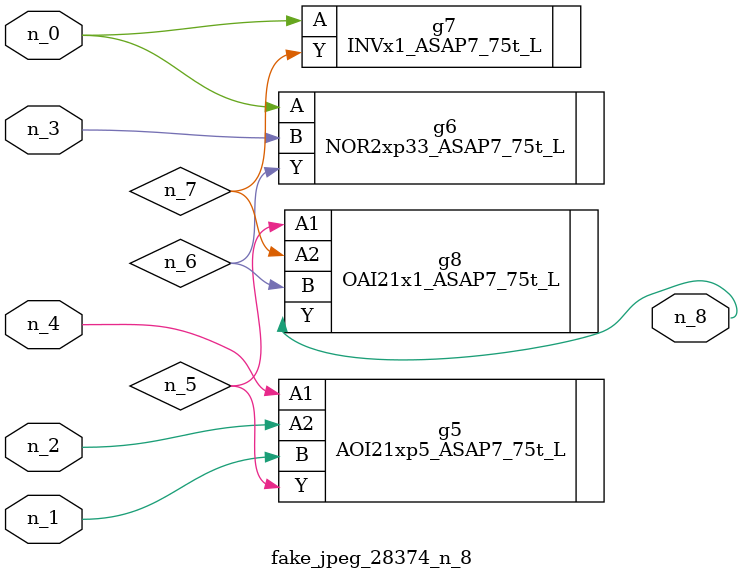
<source format=v>
module fake_jpeg_28374_n_8 (n_3, n_2, n_1, n_0, n_4, n_8);

input n_3;
input n_2;
input n_1;
input n_0;
input n_4;

output n_8;

wire n_6;
wire n_5;
wire n_7;

AOI21xp5_ASAP7_75t_L g5 ( 
.A1(n_4),
.A2(n_2),
.B(n_1),
.Y(n_5)
);

NOR2xp33_ASAP7_75t_L g6 ( 
.A(n_0),
.B(n_3),
.Y(n_6)
);

INVx1_ASAP7_75t_L g7 ( 
.A(n_0),
.Y(n_7)
);

OAI21x1_ASAP7_75t_L g8 ( 
.A1(n_5),
.A2(n_7),
.B(n_6),
.Y(n_8)
);


endmodule
</source>
